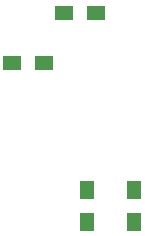
<source format=gbr>
G04 #@! TF.FileFunction,Paste,Top*
%FSLAX46Y46*%
G04 Gerber Fmt 4.6, Leading zero omitted, Abs format (unit mm)*
G04 Created by KiCad (PCBNEW 4.0.4+e1-6308~48~ubuntu15.10.1-stable) date Thu Jul 12 11:54:00 2018*
%MOMM*%
%LPD*%
G01*
G04 APERTURE LIST*
%ADD10C,0.100000*%
%ADD11R,1.300000X1.500000*%
%ADD12R,1.500000X1.300000*%
G04 APERTURE END LIST*
D10*
D11*
X195496180Y-69086740D03*
X195496180Y-71786740D03*
X199463660Y-71786740D03*
X199463660Y-69086740D03*
D12*
X193550000Y-54150000D03*
X196250000Y-54150000D03*
X191850000Y-58325000D03*
X189150000Y-58325000D03*
M02*

</source>
